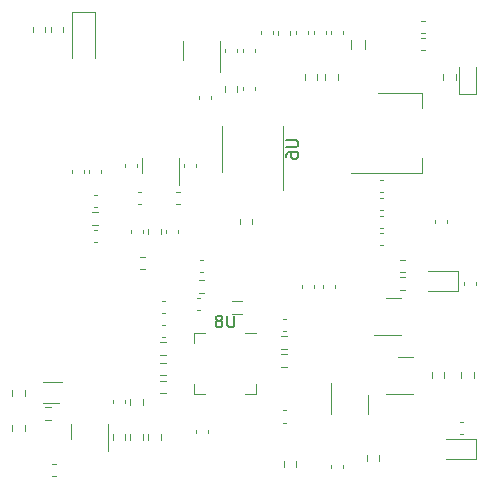
<source format=gbr>
%TF.GenerationSoftware,KiCad,Pcbnew,(6.0.7)*%
%TF.CreationDate,2022-09-20T14:36:04+02:00*%
%TF.ProjectId,CANpaca-EB-schematics,43414e70-6163-4612-9d45-422d73636865,rev?*%
%TF.SameCoordinates,Original*%
%TF.FileFunction,Legend,Bot*%
%TF.FilePolarity,Positive*%
%FSLAX46Y46*%
G04 Gerber Fmt 4.6, Leading zero omitted, Abs format (unit mm)*
G04 Created by KiCad (PCBNEW (6.0.7)) date 2022-09-20 14:36:04*
%MOMM*%
%LPD*%
G01*
G04 APERTURE LIST*
%ADD10C,0.150000*%
%ADD11C,0.120000*%
G04 APERTURE END LIST*
D10*
%TO.C,U6*%
X99177380Y-45088095D02*
X99986904Y-45088095D01*
X100082142Y-45135714D01*
X100129761Y-45183333D01*
X100177380Y-45278571D01*
X100177380Y-45469047D01*
X100129761Y-45564285D01*
X100082142Y-45611904D01*
X99986904Y-45659523D01*
X99177380Y-45659523D01*
X99177380Y-46564285D02*
X99177380Y-46373809D01*
X99225000Y-46278571D01*
X99272619Y-46230952D01*
X99415476Y-46135714D01*
X99605952Y-46088095D01*
X99986904Y-46088095D01*
X100082142Y-46135714D01*
X100129761Y-46183333D01*
X100177380Y-46278571D01*
X100177380Y-46469047D01*
X100129761Y-46564285D01*
X100082142Y-46611904D01*
X99986904Y-46659523D01*
X99748809Y-46659523D01*
X99653571Y-46611904D01*
X99605952Y-46564285D01*
X99558333Y-46469047D01*
X99558333Y-46278571D01*
X99605952Y-46183333D01*
X99653571Y-46135714D01*
X99748809Y-46088095D01*
%TO.C,U8*%
X94761904Y-59952380D02*
X94761904Y-60761904D01*
X94714285Y-60857142D01*
X94666666Y-60904761D01*
X94571428Y-60952380D01*
X94380952Y-60952380D01*
X94285714Y-60904761D01*
X94238095Y-60857142D01*
X94190476Y-60761904D01*
X94190476Y-59952380D01*
X93571428Y-60380952D02*
X93666666Y-60333333D01*
X93714285Y-60285714D01*
X93761904Y-60190476D01*
X93761904Y-60142857D01*
X93714285Y-60047619D01*
X93666666Y-60000000D01*
X93571428Y-59952380D01*
X93380952Y-59952380D01*
X93285714Y-60000000D01*
X93238095Y-60047619D01*
X93190476Y-60142857D01*
X93190476Y-60190476D01*
X93238095Y-60285714D01*
X93285714Y-60333333D01*
X93380952Y-60380952D01*
X93571428Y-60380952D01*
X93666666Y-60428571D01*
X93714285Y-60476190D01*
X93761904Y-60571428D01*
X93761904Y-60761904D01*
X93714285Y-60857142D01*
X93666666Y-60904761D01*
X93571428Y-60952380D01*
X93380952Y-60952380D01*
X93285714Y-60904761D01*
X93238095Y-60857142D01*
X93190476Y-60761904D01*
X93190476Y-60571428D01*
X93238095Y-60476190D01*
X93285714Y-60428571D01*
X93380952Y-60380952D01*
D11*
%TO.C,U6*%
X98885000Y-45850000D02*
X98885000Y-43900000D01*
X93765000Y-45850000D02*
X93765000Y-43900000D01*
X98885000Y-45850000D02*
X98885000Y-49300000D01*
X93765000Y-45850000D02*
X93765000Y-47800000D01*
%TO.C,C10*%
X82859420Y-49740000D02*
X83140580Y-49740000D01*
X82859420Y-50760000D02*
X83140580Y-50760000D01*
%TO.C,C13*%
X80990000Y-47890580D02*
X80990000Y-47609420D01*
X82010000Y-47890580D02*
X82010000Y-47609420D01*
%TO.C,R15*%
X95227500Y-52237258D02*
X95227500Y-51762742D01*
X96272500Y-52237258D02*
X96272500Y-51762742D01*
%TO.C,C8*%
X87010000Y-52684420D02*
X87010000Y-52965580D01*
X85990000Y-52684420D02*
X85990000Y-52965580D01*
%TO.C,C7*%
X88609420Y-59760000D02*
X88890580Y-59760000D01*
X88609420Y-58740000D02*
X88890580Y-58740000D01*
%TO.C,R37*%
X87477500Y-70487258D02*
X87477500Y-70012742D01*
X88522500Y-70487258D02*
X88522500Y-70012742D01*
%TO.C,R10*%
X79237258Y-67727500D02*
X78762742Y-67727500D01*
X79237258Y-68772500D02*
X78762742Y-68772500D01*
%TO.C,C6*%
X88609420Y-61760000D02*
X88890580Y-61760000D01*
X88609420Y-60740000D02*
X88890580Y-60740000D01*
%TO.C,C31*%
X110609420Y-36490000D02*
X110890580Y-36490000D01*
X110609420Y-37510000D02*
X110890580Y-37510000D01*
%TO.C,C44*%
X107390580Y-51010000D02*
X107109420Y-51010000D01*
X107390580Y-49990000D02*
X107109420Y-49990000D01*
%TO.C,C33*%
X110609420Y-36010000D02*
X110890580Y-36010000D01*
X110609420Y-34990000D02*
X110890580Y-34990000D01*
%TO.C,C46*%
X99140580Y-60240000D02*
X98859420Y-60240000D01*
X99140580Y-61260000D02*
X98859420Y-61260000D01*
%TO.C,R14*%
X80272500Y-35987258D02*
X80272500Y-35512742D01*
X79227500Y-35987258D02*
X79227500Y-35512742D01*
%TO.C,R8*%
X88522500Y-52587742D02*
X88522500Y-53062258D01*
X87477500Y-52587742D02*
X87477500Y-53062258D01*
%TO.C,C25*%
X98010000Y-35859420D02*
X98010000Y-36140580D01*
X96990000Y-35859420D02*
X96990000Y-36140580D01*
%TO.C,C52*%
X84490000Y-67109420D02*
X84490000Y-67390580D01*
X85510000Y-67109420D02*
X85510000Y-67390580D01*
%TO.C,R2*%
X109237258Y-57772500D02*
X108762742Y-57772500D01*
X109237258Y-56727500D02*
X108762742Y-56727500D01*
%TO.C,C49*%
X98859420Y-69010000D02*
X99140580Y-69010000D01*
X98859420Y-67990000D02*
X99140580Y-67990000D01*
%TO.C,C2*%
X89859420Y-50510000D02*
X90140580Y-50510000D01*
X89859420Y-49490000D02*
X90140580Y-49490000D01*
%TO.C,R13*%
X103522500Y-39987258D02*
X103522500Y-39512742D01*
X102477500Y-39987258D02*
X102477500Y-39512742D01*
%TO.C,R26*%
X99237258Y-61727500D02*
X98762742Y-61727500D01*
X99237258Y-62772500D02*
X98762742Y-62772500D01*
%TO.C,D1*%
X113750000Y-57850000D02*
X111200000Y-57850000D01*
X113750000Y-56150000D02*
X111200000Y-56150000D01*
X113750000Y-56150000D02*
X113750000Y-57850000D01*
%TO.C,R31*%
X105977500Y-71762742D02*
X105977500Y-72237258D01*
X107022500Y-71762742D02*
X107022500Y-72237258D01*
%TO.C,R5*%
X111477500Y-65237258D02*
X111477500Y-64762742D01*
X112522500Y-65237258D02*
X112522500Y-64762742D01*
%TO.C,C4*%
X90490000Y-47390580D02*
X90490000Y-47109420D01*
X91510000Y-47390580D02*
X91510000Y-47109420D01*
%TO.C,R21*%
X88987258Y-65022500D02*
X88512742Y-65022500D01*
X88987258Y-63977500D02*
X88512742Y-63977500D01*
%TO.C,C45*%
X107390580Y-48490000D02*
X107109420Y-48490000D01*
X107390580Y-49510000D02*
X107109420Y-49510000D01*
%TO.C,D3*%
X115250000Y-70400000D02*
X115250000Y-72100000D01*
X115250000Y-70400000D02*
X112700000Y-70400000D01*
X115250000Y-72100000D02*
X112700000Y-72100000D01*
%TO.C,Q1*%
X108250000Y-61560000D02*
X106575000Y-61560000D01*
X108250000Y-61560000D02*
X108900000Y-61560000D01*
X108250000Y-58440000D02*
X107600000Y-58440000D01*
X108250000Y-58440000D02*
X108900000Y-58440000D01*
%TO.C,R33*%
X87022500Y-67012742D02*
X87022500Y-67487258D01*
X85977500Y-67012742D02*
X85977500Y-67487258D01*
%TO.C,C21*%
X96510000Y-37640580D02*
X96510000Y-37359420D01*
X95490000Y-37640580D02*
X95490000Y-37359420D01*
%TO.C,Q2*%
X109250000Y-66560000D02*
X107575000Y-66560000D01*
X109250000Y-66560000D02*
X109900000Y-66560000D01*
X109250000Y-63440000D02*
X109900000Y-63440000D01*
X109250000Y-63440000D02*
X108600000Y-63440000D01*
%TO.C,C15*%
X113859420Y-70010000D02*
X114140580Y-70010000D01*
X113859420Y-68990000D02*
X114140580Y-68990000D01*
%TO.C,L1*%
X99510000Y-35837221D02*
X99510000Y-36162779D01*
X98490000Y-35837221D02*
X98490000Y-36162779D01*
%TO.C,R36*%
X85522500Y-70012742D02*
X85522500Y-70487258D01*
X84477500Y-70012742D02*
X84477500Y-70487258D01*
%TO.C,C9*%
X79640580Y-73510000D02*
X79359420Y-73510000D01*
X79640580Y-72490000D02*
X79359420Y-72490000D01*
%TO.C,R27*%
X99237258Y-63227500D02*
X98762742Y-63227500D01*
X99237258Y-64272500D02*
X98762742Y-64272500D01*
%TO.C,R30*%
X98977500Y-72737258D02*
X98977500Y-72262742D01*
X100022500Y-72737258D02*
X100022500Y-72262742D01*
%TO.C,R12*%
X82762742Y-51227500D02*
X83237258Y-51227500D01*
X82762742Y-52272500D02*
X83237258Y-52272500D01*
%TO.C,D6*%
X115235000Y-41235000D02*
X113765000Y-41235000D01*
X115235000Y-38950000D02*
X115235000Y-41235000D01*
X113765000Y-41235000D02*
X113765000Y-38950000D01*
%TO.C,D2*%
X86940000Y-47250000D02*
X86940000Y-47900000D01*
X90060000Y-47250000D02*
X90060000Y-48925000D01*
X90060000Y-47250000D02*
X90060000Y-46600000D01*
X86940000Y-47250000D02*
X86940000Y-46600000D01*
%TO.C,C43*%
X107390580Y-51490000D02*
X107109420Y-51490000D01*
X107390580Y-52510000D02*
X107109420Y-52510000D01*
%TO.C,R7*%
X75977500Y-66262742D02*
X75977500Y-66737258D01*
X77022500Y-66262742D02*
X77022500Y-66737258D01*
%TO.C,C26*%
X99990000Y-35859420D02*
X99990000Y-36140580D01*
X101010000Y-35859420D02*
X101010000Y-36140580D01*
%TO.C,R22*%
X113522500Y-39987258D02*
X113522500Y-39512742D01*
X112477500Y-39987258D02*
X112477500Y-39512742D01*
%TO.C,R38*%
X85977500Y-70487258D02*
X85977500Y-70012742D01*
X87022500Y-70487258D02*
X87022500Y-70012742D01*
%TO.C,U4*%
X93560000Y-37500000D02*
X93560000Y-36700000D01*
X90440000Y-37500000D02*
X90440000Y-36700000D01*
X93560000Y-37500000D02*
X93560000Y-39300000D01*
X90440000Y-37500000D02*
X90440000Y-38300000D01*
%TO.C,U5*%
X110660000Y-41090000D02*
X110660000Y-42350000D01*
X106900000Y-41090000D02*
X110660000Y-41090000D01*
X104650000Y-47910000D02*
X110660000Y-47910000D01*
X110660000Y-47910000D02*
X110660000Y-46650000D01*
%TO.C,U9*%
X102940000Y-67500000D02*
X102940000Y-65700000D01*
X106060000Y-67500000D02*
X106060000Y-68300000D01*
X106060000Y-67500000D02*
X106060000Y-66700000D01*
X102940000Y-67500000D02*
X102940000Y-68300000D01*
%TO.C,U2*%
X78600000Y-67400000D02*
X79900000Y-67400000D01*
X80150000Y-65600000D02*
X78600000Y-65600000D01*
%TO.C,R17*%
X100727500Y-39512742D02*
X100727500Y-39987258D01*
X101772500Y-39512742D02*
X101772500Y-39987258D01*
%TO.C,R6*%
X113977500Y-64762742D02*
X113977500Y-65237258D01*
X115022500Y-64762742D02*
X115022500Y-65237258D01*
%TO.C,D7*%
X80940000Y-69750000D02*
X80940000Y-70400000D01*
X84060000Y-69750000D02*
X84060000Y-69100000D01*
X80940000Y-69750000D02*
X80940000Y-69100000D01*
X84060000Y-69750000D02*
X84060000Y-71425000D01*
%TO.C,C3*%
X85490000Y-47109420D02*
X85490000Y-47390580D01*
X86510000Y-47109420D02*
X86510000Y-47390580D01*
%TO.C,C32*%
X96510000Y-40609420D02*
X96510000Y-40890580D01*
X95490000Y-40609420D02*
X95490000Y-40890580D01*
%TO.C,C22*%
X111740000Y-52140580D02*
X111740000Y-51859420D01*
X112760000Y-52140580D02*
X112760000Y-51859420D01*
%TO.C,C5*%
X114240000Y-57109420D02*
X114240000Y-57390580D01*
X115260000Y-57109420D02*
X115260000Y-57390580D01*
%TO.C,C42*%
X107390580Y-54010000D02*
X107109420Y-54010000D01*
X107390580Y-52990000D02*
X107109420Y-52990000D01*
%TO.C,C50*%
X102990000Y-72609420D02*
X102990000Y-72890580D01*
X104010000Y-72609420D02*
X104010000Y-72890580D01*
%TO.C,R9*%
X77022500Y-69262742D02*
X77022500Y-69737258D01*
X75977500Y-69262742D02*
X75977500Y-69737258D01*
%TO.C,C30*%
X104010000Y-35859420D02*
X104010000Y-36140580D01*
X102990000Y-35859420D02*
X102990000Y-36140580D01*
%TO.C,C23*%
X92760000Y-41640580D02*
X92760000Y-41359420D01*
X91740000Y-41640580D02*
X91740000Y-41359420D01*
%TO.C,R19*%
X95022500Y-40512742D02*
X95022500Y-40987258D01*
X93977500Y-40512742D02*
X93977500Y-40987258D01*
%TO.C,C48*%
X100490000Y-57359420D02*
X100490000Y-57640580D01*
X101510000Y-57359420D02*
X101510000Y-57640580D01*
%TO.C,C34*%
X91890580Y-59510000D02*
X91609420Y-59510000D01*
X91890580Y-58490000D02*
X91609420Y-58490000D01*
%TO.C,C16*%
X91859420Y-55240000D02*
X92140580Y-55240000D01*
X91859420Y-56260000D02*
X92140580Y-56260000D01*
%TO.C,C1*%
X86609420Y-49490000D02*
X86890580Y-49490000D01*
X86609420Y-50510000D02*
X86890580Y-50510000D01*
%TO.C,R20*%
X78772500Y-35512742D02*
X78772500Y-35987258D01*
X77727500Y-35512742D02*
X77727500Y-35987258D01*
%TO.C,R24*%
X88987258Y-62227500D02*
X88512742Y-62227500D01*
X88987258Y-63272500D02*
X88512742Y-63272500D01*
%TO.C,C47*%
X103260000Y-57359420D02*
X103260000Y-57640580D01*
X102240000Y-57359420D02*
X102240000Y-57640580D01*
%TO.C,R11*%
X92237258Y-56977500D02*
X91762742Y-56977500D01*
X92237258Y-58022500D02*
X91762742Y-58022500D01*
%TO.C,C28*%
X101490000Y-35859420D02*
X101490000Y-36140580D01*
X102510000Y-35859420D02*
X102510000Y-36140580D01*
%TO.C,C19*%
X93990000Y-37640580D02*
X93990000Y-37359420D01*
X95010000Y-37640580D02*
X95010000Y-37359420D01*
%TO.C,R1*%
X108762742Y-56272500D02*
X109237258Y-56272500D01*
X108762742Y-55227500D02*
X109237258Y-55227500D01*
%TO.C,R25*%
X88987258Y-66522500D02*
X88512742Y-66522500D01*
X88987258Y-65477500D02*
X88512742Y-65477500D01*
%TO.C,C11*%
X88990000Y-52684420D02*
X88990000Y-52965580D01*
X90010000Y-52684420D02*
X90010000Y-52965580D01*
%TO.C,L2*%
X104690000Y-36600378D02*
X104690000Y-37399622D01*
X105810000Y-36600378D02*
X105810000Y-37399622D01*
%TO.C,R4*%
X86762742Y-54977500D02*
X87237258Y-54977500D01*
X86762742Y-56022500D02*
X87237258Y-56022500D01*
%TO.C,U8*%
X92290000Y-66610000D02*
X91390000Y-66610000D01*
X95710000Y-66610000D02*
X96610000Y-66610000D01*
X95710000Y-61390000D02*
X96610000Y-61390000D01*
X92290000Y-61390000D02*
X91390000Y-61390000D01*
X91390000Y-66610000D02*
X91390000Y-65710000D01*
X91390000Y-61390000D02*
X91390000Y-62290000D01*
X96610000Y-66610000D02*
X96610000Y-65710000D01*
%TO.C,D4*%
X81000000Y-34250000D02*
X83000000Y-34250000D01*
X83000000Y-34250000D02*
X83000000Y-38150000D01*
X81000000Y-34250000D02*
X81000000Y-38150000D01*
%TO.C,C14*%
X82490000Y-47890580D02*
X82490000Y-47609420D01*
X83510000Y-47890580D02*
X83510000Y-47609420D01*
%TO.C,L3*%
X94600378Y-59810000D02*
X95399622Y-59810000D01*
X94600378Y-58690000D02*
X95399622Y-58690000D01*
%TO.C,C18*%
X92510000Y-69609420D02*
X92510000Y-69890580D01*
X91490000Y-69609420D02*
X91490000Y-69890580D01*
%TO.C,C17*%
X83140580Y-53760000D02*
X82859420Y-53760000D01*
X83140580Y-52740000D02*
X82859420Y-52740000D01*
%TD*%
M02*

</source>
